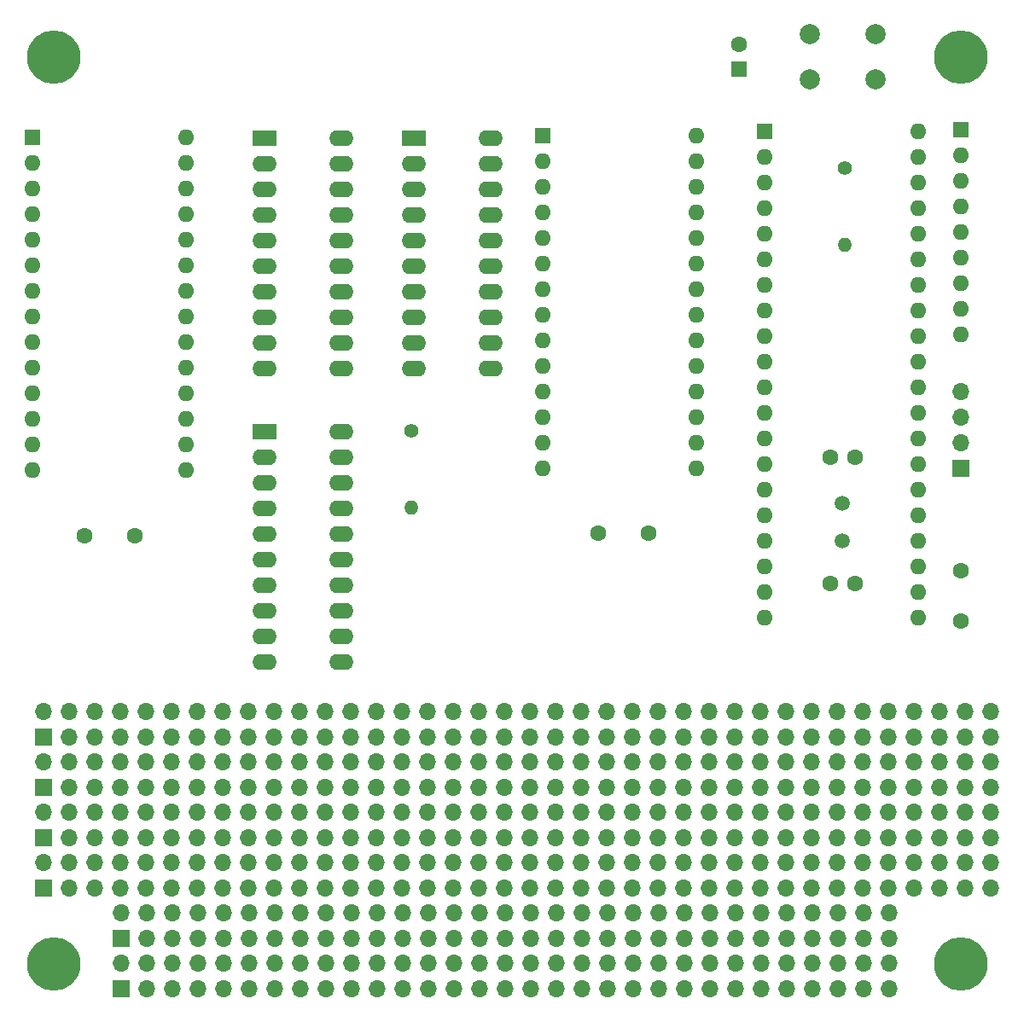
<source format=gbs>
G04 #@! TF.GenerationSoftware,KiCad,Pcbnew,8.0.4*
G04 #@! TF.CreationDate,2024-07-31T10:58:34+02:00*
G04 #@! TF.ProjectId,esim,6573696d-2e6b-4696-9361-645f70636258,rev?*
G04 #@! TF.SameCoordinates,Original*
G04 #@! TF.FileFunction,Soldermask,Bot*
G04 #@! TF.FilePolarity,Negative*
%FSLAX46Y46*%
G04 Gerber Fmt 4.6, Leading zero omitted, Abs format (unit mm)*
G04 Created by KiCad (PCBNEW 8.0.4) date 2024-07-31 10:58:34*
%MOMM*%
%LPD*%
G01*
G04 APERTURE LIST*
%ADD10R,1.700000X1.700000*%
%ADD11O,1.700000X1.700000*%
%ADD12R,2.400000X1.600000*%
%ADD13O,2.400000X1.600000*%
%ADD14C,1.600000*%
%ADD15C,5.300000*%
%ADD16R,1.600000X1.600000*%
%ADD17O,1.600000X1.600000*%
%ADD18C,1.500000*%
%ADD19C,1.400000*%
%ADD20O,1.400000X1.400000*%
%ADD21C,2.000000*%
G04 APERTURE END LIST*
D10*
X21640000Y-107500000D03*
D11*
X21640000Y-104960000D03*
X24180000Y-107500000D03*
X24180000Y-104960000D03*
X26720000Y-107500000D03*
X26720000Y-104960000D03*
X29260000Y-107500000D03*
X29260000Y-104960000D03*
X31800000Y-107500000D03*
X31800000Y-104960000D03*
X34340000Y-107500000D03*
X34340000Y-104960000D03*
X36880000Y-107500000D03*
X36880000Y-104960000D03*
X39420000Y-107500000D03*
X39420000Y-104960000D03*
X41960000Y-107500000D03*
X41960000Y-104960000D03*
X44500000Y-107500000D03*
X44500000Y-104960000D03*
X47040000Y-107500000D03*
X47040000Y-104960000D03*
X49580000Y-107500000D03*
X49580000Y-104960000D03*
X52120000Y-107500000D03*
X52120000Y-104960000D03*
X54660000Y-107500000D03*
X54660000Y-104960000D03*
X57200000Y-107500000D03*
X57200000Y-104960000D03*
X59740000Y-107500000D03*
X59740000Y-104960000D03*
X62280000Y-107500000D03*
X62280000Y-104960000D03*
X64820000Y-107500000D03*
X64820000Y-104960000D03*
X67360000Y-107500000D03*
X67360000Y-104960000D03*
X69900000Y-107500000D03*
X69900000Y-104960000D03*
X72440000Y-107500000D03*
X72440000Y-104960000D03*
X74980000Y-107500000D03*
X74980000Y-104960000D03*
X77520000Y-107500000D03*
X77520000Y-104960000D03*
X80060000Y-107500000D03*
X80060000Y-104960000D03*
X82600000Y-107500000D03*
X82600000Y-104960000D03*
X85140000Y-107500000D03*
X85140000Y-104960000D03*
X87680000Y-107500000D03*
X87680000Y-104960000D03*
X90220000Y-107500000D03*
X90220000Y-104960000D03*
X92760000Y-107500000D03*
X92760000Y-104960000D03*
X95300000Y-107500000D03*
X95300000Y-104960000D03*
X97840000Y-107500000D03*
X97840000Y-104960000D03*
D10*
X21640000Y-102500000D03*
D11*
X21640000Y-99960000D03*
X24180000Y-102500000D03*
X24180000Y-99960000D03*
X26720000Y-102500000D03*
X26720000Y-99960000D03*
X29260000Y-102500000D03*
X29260000Y-99960000D03*
X31800000Y-102500000D03*
X31800000Y-99960000D03*
X34340000Y-102500000D03*
X34340000Y-99960000D03*
X36880000Y-102500000D03*
X36880000Y-99960000D03*
X39420000Y-102500000D03*
X39420000Y-99960000D03*
X41960000Y-102500000D03*
X41960000Y-99960000D03*
X44500000Y-102500000D03*
X44500000Y-99960000D03*
X47040000Y-102500000D03*
X47040000Y-99960000D03*
X49580000Y-102500000D03*
X49580000Y-99960000D03*
X52120000Y-102500000D03*
X52120000Y-99960000D03*
X54660000Y-102500000D03*
X54660000Y-99960000D03*
X57200000Y-102500000D03*
X57200000Y-99960000D03*
X59740000Y-102500000D03*
X59740000Y-99960000D03*
X62280000Y-102500000D03*
X62280000Y-99960000D03*
X64820000Y-102500000D03*
X64820000Y-99960000D03*
X67360000Y-102500000D03*
X67360000Y-99960000D03*
X69900000Y-102500000D03*
X69900000Y-99960000D03*
X72440000Y-102500000D03*
X72440000Y-99960000D03*
X74980000Y-102500000D03*
X74980000Y-99960000D03*
X77520000Y-102500000D03*
X77520000Y-99960000D03*
X80060000Y-102500000D03*
X80060000Y-99960000D03*
X82600000Y-102500000D03*
X82600000Y-99960000D03*
X85140000Y-102500000D03*
X85140000Y-99960000D03*
X87680000Y-102500000D03*
X87680000Y-99960000D03*
X90220000Y-102500000D03*
X90220000Y-99960000D03*
X92760000Y-102500000D03*
X92760000Y-99960000D03*
X95300000Y-102500000D03*
X95300000Y-99960000D03*
X97840000Y-102500000D03*
X97840000Y-99960000D03*
D10*
X14000000Y-97500000D03*
D11*
X14000000Y-94960000D03*
X16540000Y-97500000D03*
X16540000Y-94960000D03*
X19080000Y-97500000D03*
X19080000Y-94960000D03*
X21620000Y-97500000D03*
X21620000Y-94960000D03*
X24160000Y-97500000D03*
X24160000Y-94960000D03*
X26700000Y-97500000D03*
X26700000Y-94960000D03*
X29240000Y-97500000D03*
X29240000Y-94960000D03*
X31780000Y-97500000D03*
X31780000Y-94960000D03*
X34320000Y-97500000D03*
X34320000Y-94960000D03*
X36860000Y-97500000D03*
X36860000Y-94960000D03*
X39400000Y-97500000D03*
X39400000Y-94960000D03*
X41940000Y-97500000D03*
X41940000Y-94960000D03*
X44480000Y-97500000D03*
X44480000Y-94960000D03*
X47020000Y-97500000D03*
X47020000Y-94960000D03*
X49560000Y-97500000D03*
X49560000Y-94960000D03*
X52100000Y-97500000D03*
X52100000Y-94960000D03*
X54640000Y-97500000D03*
X54640000Y-94960000D03*
X57180000Y-97500000D03*
X57180000Y-94960000D03*
X59720000Y-97500000D03*
X59720000Y-94960000D03*
X62260000Y-97500000D03*
X62260000Y-94960000D03*
X64800000Y-97500000D03*
X64800000Y-94960000D03*
X67340000Y-97500000D03*
X67340000Y-94960000D03*
X69880000Y-97500000D03*
X69880000Y-94960000D03*
X72420000Y-97500000D03*
X72420000Y-94960000D03*
X74960000Y-97500000D03*
X74960000Y-94960000D03*
X77500000Y-97500000D03*
X77500000Y-94960000D03*
X80040000Y-97500000D03*
X80040000Y-94960000D03*
X82580000Y-97500000D03*
X82580000Y-94960000D03*
X85120000Y-97500000D03*
X85120000Y-94960000D03*
X87660000Y-97500000D03*
X87660000Y-94960000D03*
X90200000Y-97500000D03*
X90200000Y-94960000D03*
X92740000Y-97500000D03*
X92740000Y-94960000D03*
X95280000Y-97500000D03*
X95280000Y-94960000D03*
X97820000Y-97500000D03*
X97820000Y-94960000D03*
X100360000Y-97500000D03*
X100360000Y-94960000D03*
X102900000Y-97500000D03*
X102900000Y-94960000D03*
X105440000Y-97500000D03*
X105440000Y-94960000D03*
X107980000Y-97500000D03*
X107980000Y-94960000D03*
D10*
X14000000Y-92500000D03*
D11*
X14000000Y-89960000D03*
X16540000Y-92500000D03*
X16540000Y-89960000D03*
X19080000Y-92500000D03*
X19080000Y-89960000D03*
X21620000Y-92500000D03*
X21620000Y-89960000D03*
X24160000Y-92500000D03*
X24160000Y-89960000D03*
X26700000Y-92500000D03*
X26700000Y-89960000D03*
X29240000Y-92500000D03*
X29240000Y-89960000D03*
X31780000Y-92500000D03*
X31780000Y-89960000D03*
X34320000Y-92500000D03*
X34320000Y-89960000D03*
X36860000Y-92500000D03*
X36860000Y-89960000D03*
X39400000Y-92500000D03*
X39400000Y-89960000D03*
X41940000Y-92500000D03*
X41940000Y-89960000D03*
X44480000Y-92500000D03*
X44480000Y-89960000D03*
X47020000Y-92500000D03*
X47020000Y-89960000D03*
X49560000Y-92500000D03*
X49560000Y-89960000D03*
X52100000Y-92500000D03*
X52100000Y-89960000D03*
X54640000Y-92500000D03*
X54640000Y-89960000D03*
X57180000Y-92500000D03*
X57180000Y-89960000D03*
X59720000Y-92500000D03*
X59720000Y-89960000D03*
X62260000Y-92500000D03*
X62260000Y-89960000D03*
X64800000Y-92500000D03*
X64800000Y-89960000D03*
X67340000Y-92500000D03*
X67340000Y-89960000D03*
X69880000Y-92500000D03*
X69880000Y-89960000D03*
X72420000Y-92500000D03*
X72420000Y-89960000D03*
X74960000Y-92500000D03*
X74960000Y-89960000D03*
X77500000Y-92500000D03*
X77500000Y-89960000D03*
X80040000Y-92500000D03*
X80040000Y-89960000D03*
X82580000Y-92500000D03*
X82580000Y-89960000D03*
X85120000Y-92500000D03*
X85120000Y-89960000D03*
X87660000Y-92500000D03*
X87660000Y-89960000D03*
X90200000Y-92500000D03*
X90200000Y-89960000D03*
X92740000Y-92500000D03*
X92740000Y-89960000D03*
X95280000Y-92500000D03*
X95280000Y-89960000D03*
X97820000Y-92500000D03*
X97820000Y-89960000D03*
X100360000Y-92500000D03*
X100360000Y-89960000D03*
X102900000Y-92500000D03*
X102900000Y-89960000D03*
X105440000Y-92500000D03*
X105440000Y-89960000D03*
X107980000Y-92500000D03*
X107980000Y-89960000D03*
D10*
X14000000Y-87500000D03*
D11*
X14000000Y-84960000D03*
X16540000Y-87500000D03*
X16540000Y-84960000D03*
X19080000Y-87500000D03*
X19080000Y-84960000D03*
X21620000Y-87500000D03*
X21620000Y-84960000D03*
X24160000Y-87500000D03*
X24160000Y-84960000D03*
X26700000Y-87500000D03*
X26700000Y-84960000D03*
X29240000Y-87500000D03*
X29240000Y-84960000D03*
X31780000Y-87500000D03*
X31780000Y-84960000D03*
X34320000Y-87500000D03*
X34320000Y-84960000D03*
X36860000Y-87500000D03*
X36860000Y-84960000D03*
X39400000Y-87500000D03*
X39400000Y-84960000D03*
X41940000Y-87500000D03*
X41940000Y-84960000D03*
X44480000Y-87500000D03*
X44480000Y-84960000D03*
X47020000Y-87500000D03*
X47020000Y-84960000D03*
X49560000Y-87500000D03*
X49560000Y-84960000D03*
X52100000Y-87500000D03*
X52100000Y-84960000D03*
X54640000Y-87500000D03*
X54640000Y-84960000D03*
X57180000Y-87500000D03*
X57180000Y-84960000D03*
X59720000Y-87500000D03*
X59720000Y-84960000D03*
X62260000Y-87500000D03*
X62260000Y-84960000D03*
X64800000Y-87500000D03*
X64800000Y-84960000D03*
X67340000Y-87500000D03*
X67340000Y-84960000D03*
X69880000Y-87500000D03*
X69880000Y-84960000D03*
X72420000Y-87500000D03*
X72420000Y-84960000D03*
X74960000Y-87500000D03*
X74960000Y-84960000D03*
X77500000Y-87500000D03*
X77500000Y-84960000D03*
X80040000Y-87500000D03*
X80040000Y-84960000D03*
X82580000Y-87500000D03*
X82580000Y-84960000D03*
X85120000Y-87500000D03*
X85120000Y-84960000D03*
X87660000Y-87500000D03*
X87660000Y-84960000D03*
X90200000Y-87500000D03*
X90200000Y-84960000D03*
X92740000Y-87500000D03*
X92740000Y-84960000D03*
X95280000Y-87500000D03*
X95280000Y-84960000D03*
X97820000Y-87500000D03*
X97820000Y-84960000D03*
X100360000Y-87500000D03*
X100360000Y-84960000D03*
X102900000Y-87500000D03*
X102900000Y-84960000D03*
X105440000Y-87500000D03*
X105440000Y-84960000D03*
X107980000Y-87500000D03*
X107980000Y-84960000D03*
D10*
X14000000Y-82500000D03*
D11*
X14000000Y-79960000D03*
X16540000Y-82500000D03*
X16540000Y-79960000D03*
X19080000Y-82500000D03*
X19080000Y-79960000D03*
X21620000Y-82500000D03*
X21620000Y-79960000D03*
X24160000Y-82500000D03*
X24160000Y-79960000D03*
X26700000Y-82500000D03*
X26700000Y-79960000D03*
X29240000Y-82500000D03*
X29240000Y-79960000D03*
X31780000Y-82500000D03*
X31780000Y-79960000D03*
X34320000Y-82500000D03*
X34320000Y-79960000D03*
X36860000Y-82500000D03*
X36860000Y-79960000D03*
X39400000Y-82500000D03*
X39400000Y-79960000D03*
X41940000Y-82500000D03*
X41940000Y-79960000D03*
X44480000Y-82500000D03*
X44480000Y-79960000D03*
X47020000Y-82500000D03*
X47020000Y-79960000D03*
X49560000Y-82500000D03*
X49560000Y-79960000D03*
X52100000Y-82500000D03*
X52100000Y-79960000D03*
X54640000Y-82500000D03*
X54640000Y-79960000D03*
X57180000Y-82500000D03*
X57180000Y-79960000D03*
X59720000Y-82500000D03*
X59720000Y-79960000D03*
X62260000Y-82500000D03*
X62260000Y-79960000D03*
X64800000Y-82500000D03*
X64800000Y-79960000D03*
X67340000Y-82500000D03*
X67340000Y-79960000D03*
X69880000Y-82500000D03*
X69880000Y-79960000D03*
X72420000Y-82500000D03*
X72420000Y-79960000D03*
X74960000Y-82500000D03*
X74960000Y-79960000D03*
X77500000Y-82500000D03*
X77500000Y-79960000D03*
X80040000Y-82500000D03*
X80040000Y-79960000D03*
X82580000Y-82500000D03*
X82580000Y-79960000D03*
X85120000Y-82500000D03*
X85120000Y-79960000D03*
X87660000Y-82500000D03*
X87660000Y-79960000D03*
X90200000Y-82500000D03*
X90200000Y-79960000D03*
X92740000Y-82500000D03*
X92740000Y-79960000D03*
X95280000Y-82500000D03*
X95280000Y-79960000D03*
X97820000Y-82500000D03*
X97820000Y-79960000D03*
X100360000Y-82500000D03*
X100360000Y-79960000D03*
X102900000Y-82500000D03*
X102900000Y-79960000D03*
X105440000Y-82500000D03*
X105440000Y-79960000D03*
X107980000Y-82500000D03*
X107980000Y-79960000D03*
D12*
X35880000Y-23020000D03*
D13*
X35880000Y-25560000D03*
X35880000Y-28100000D03*
X35880000Y-30640000D03*
X35880000Y-33180000D03*
X35880000Y-35720000D03*
X35880000Y-38260000D03*
X35880000Y-40800000D03*
X35880000Y-43340000D03*
X35880000Y-45880000D03*
X43500000Y-45880000D03*
X43500000Y-43340000D03*
X43500000Y-40800000D03*
X43500000Y-38260000D03*
X43500000Y-35720000D03*
X43500000Y-33180000D03*
X43500000Y-30640000D03*
X43500000Y-28100000D03*
X43500000Y-25560000D03*
X43500000Y-23020000D03*
D14*
X69000000Y-62250000D03*
X74000000Y-62250000D03*
D15*
X15000000Y-15000000D03*
D14*
X92000000Y-67250000D03*
X94500000Y-67250000D03*
D12*
X35880000Y-52140000D03*
D13*
X35880000Y-54680000D03*
X35880000Y-57220000D03*
X35880000Y-59760000D03*
X35880000Y-62300000D03*
X35880000Y-64840000D03*
X35880000Y-67380000D03*
X35880000Y-69920000D03*
X35880000Y-72460000D03*
X35880000Y-75000000D03*
X43500000Y-75000000D03*
X43500000Y-72460000D03*
X43500000Y-69920000D03*
X43500000Y-67380000D03*
X43500000Y-64840000D03*
X43500000Y-62300000D03*
X43500000Y-59760000D03*
X43500000Y-57220000D03*
X43500000Y-54680000D03*
X43500000Y-52140000D03*
D10*
X105000000Y-55800000D03*
D11*
X105000000Y-53260000D03*
X105000000Y-50720000D03*
X105000000Y-48180000D03*
D16*
X105000000Y-22210000D03*
D17*
X105000000Y-24750000D03*
X105000000Y-27290000D03*
X105000000Y-29830000D03*
X105000000Y-32370000D03*
X105000000Y-34910000D03*
X105000000Y-37450000D03*
X105000000Y-39990000D03*
X105000000Y-42530000D03*
D15*
X105000000Y-15000000D03*
D18*
X93240000Y-63050000D03*
X93240000Y-59250000D03*
D16*
X63500000Y-22830000D03*
D17*
X63500000Y-25370000D03*
X63500000Y-27910000D03*
X63500000Y-30450000D03*
X63500000Y-32990000D03*
X63500000Y-35530000D03*
X63500000Y-38070000D03*
X63500000Y-40610000D03*
X63500000Y-43150000D03*
X63500000Y-45690000D03*
X63500000Y-48230000D03*
X63500000Y-50770000D03*
X63500000Y-53310000D03*
X63500000Y-55850000D03*
X78740000Y-55850000D03*
X78740000Y-53310000D03*
X78740000Y-50770000D03*
X78740000Y-48230000D03*
X78740000Y-45690000D03*
X78740000Y-43150000D03*
X78740000Y-40610000D03*
X78740000Y-38070000D03*
X78740000Y-35530000D03*
X78740000Y-32990000D03*
X78740000Y-30450000D03*
X78740000Y-27910000D03*
X78740000Y-25370000D03*
X78740000Y-22830000D03*
D19*
X50500000Y-52130000D03*
D20*
X50500000Y-59750000D03*
D15*
X15000000Y-105000000D03*
D21*
X90000000Y-12750000D03*
X96500000Y-12750000D03*
X90000000Y-17250000D03*
X96500000Y-17250000D03*
D14*
X105000000Y-71000000D03*
X105000000Y-66000000D03*
D15*
X105000000Y-105000000D03*
D12*
X50740000Y-23090000D03*
D13*
X50740000Y-25630000D03*
X50740000Y-28170000D03*
X50740000Y-30710000D03*
X50740000Y-33250000D03*
X50740000Y-35790000D03*
X50740000Y-38330000D03*
X50740000Y-40870000D03*
X50740000Y-43410000D03*
X50740000Y-45950000D03*
X58360000Y-45950000D03*
X58360000Y-43410000D03*
X58360000Y-40870000D03*
X58360000Y-38330000D03*
X58360000Y-35790000D03*
X58360000Y-33250000D03*
X58360000Y-30710000D03*
X58360000Y-28170000D03*
X58360000Y-25630000D03*
X58360000Y-23090000D03*
D16*
X83000000Y-16205100D03*
D14*
X83000000Y-13705100D03*
D16*
X85500000Y-22370000D03*
D17*
X85500000Y-24910000D03*
X85500000Y-27450000D03*
X85500000Y-29990000D03*
X85500000Y-32530000D03*
X85500000Y-35070000D03*
X85500000Y-37610000D03*
X85500000Y-40150000D03*
X85500000Y-42690000D03*
X85500000Y-45230000D03*
X85500000Y-47770000D03*
X85500000Y-50310000D03*
X85500000Y-52850000D03*
X85500000Y-55390000D03*
X85500000Y-57930000D03*
X85500000Y-60470000D03*
X85500000Y-63010000D03*
X85500000Y-65550000D03*
X85500000Y-68090000D03*
X85500000Y-70630000D03*
X100740000Y-70630000D03*
X100740000Y-68090000D03*
X100740000Y-65550000D03*
X100740000Y-63010000D03*
X100740000Y-60470000D03*
X100740000Y-57930000D03*
X100740000Y-55390000D03*
X100740000Y-52850000D03*
X100740000Y-50310000D03*
X100740000Y-47770000D03*
X100740000Y-45230000D03*
X100740000Y-42690000D03*
X100740000Y-40150000D03*
X100740000Y-37610000D03*
X100740000Y-35070000D03*
X100740000Y-32530000D03*
X100740000Y-29990000D03*
X100740000Y-27450000D03*
X100740000Y-24910000D03*
X100740000Y-22370000D03*
D16*
X12875000Y-23000000D03*
D17*
X12875000Y-25540000D03*
X12875000Y-28080000D03*
X12875000Y-30620000D03*
X12875000Y-33160000D03*
X12875000Y-35700000D03*
X12875000Y-38240000D03*
X12875000Y-40780000D03*
X12875000Y-43320000D03*
X12875000Y-45860000D03*
X12875000Y-48400000D03*
X12875000Y-50940000D03*
X12875000Y-53480000D03*
X12875000Y-56020000D03*
X28115000Y-56020000D03*
X28115000Y-53480000D03*
X28115000Y-50940000D03*
X28115000Y-48400000D03*
X28115000Y-45860000D03*
X28115000Y-43320000D03*
X28115000Y-40780000D03*
X28115000Y-38240000D03*
X28115000Y-35700000D03*
X28115000Y-33160000D03*
X28115000Y-30620000D03*
X28115000Y-28080000D03*
X28115000Y-25540000D03*
X28115000Y-23000000D03*
D14*
X92000000Y-54750000D03*
X94500000Y-54750000D03*
X18000000Y-62500000D03*
X23000000Y-62500000D03*
D19*
X93500000Y-26000000D03*
D20*
X93500000Y-33620000D03*
M02*

</source>
